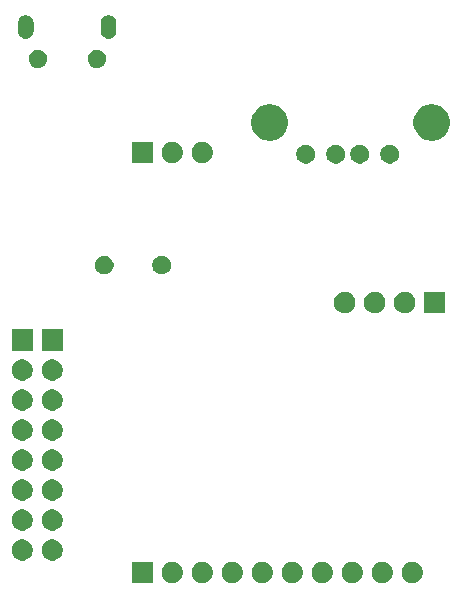
<source format=gbs>
G04 #@! TF.GenerationSoftware,KiCad,Pcbnew,5.1.5*
G04 #@! TF.CreationDate,2020-02-24T15:17:29+03:00*
G04 #@! TF.ProjectId,max3421eboard,6d617833-3432-4316-9562-6f6172642e6b,rev?*
G04 #@! TF.SameCoordinates,Original*
G04 #@! TF.FileFunction,Soldermask,Bot*
G04 #@! TF.FilePolarity,Negative*
%FSLAX46Y46*%
G04 Gerber Fmt 4.6, Leading zero omitted, Abs format (unit mm)*
G04 Created by KiCad (PCBNEW 5.1.5) date 2020-02-24 15:17:29*
%MOMM*%
%LPD*%
G04 APERTURE LIST*
%ADD10C,0.100000*%
G04 APERTURE END LIST*
D10*
G36*
X32016000Y-95516000D02*
G01*
X30214000Y-95516000D01*
X30214000Y-93714000D01*
X32016000Y-93714000D01*
X32016000Y-95516000D01*
G37*
G36*
X51548512Y-93718927D02*
G01*
X51697812Y-93748624D01*
X51861784Y-93816544D01*
X52009354Y-93915147D01*
X52134853Y-94040646D01*
X52233456Y-94188216D01*
X52301376Y-94352188D01*
X52336000Y-94526259D01*
X52336000Y-94703741D01*
X52301376Y-94877812D01*
X52233456Y-95041784D01*
X52134853Y-95189354D01*
X52009354Y-95314853D01*
X51861784Y-95413456D01*
X51697812Y-95481376D01*
X51548512Y-95511073D01*
X51523742Y-95516000D01*
X51346258Y-95516000D01*
X51321488Y-95511073D01*
X51172188Y-95481376D01*
X51008216Y-95413456D01*
X50860646Y-95314853D01*
X50735147Y-95189354D01*
X50636544Y-95041784D01*
X50568624Y-94877812D01*
X50534000Y-94703741D01*
X50534000Y-94526259D01*
X50568624Y-94352188D01*
X50636544Y-94188216D01*
X50735147Y-94040646D01*
X50860646Y-93915147D01*
X51008216Y-93816544D01*
X51172188Y-93748624D01*
X51321488Y-93718927D01*
X51346258Y-93714000D01*
X51523742Y-93714000D01*
X51548512Y-93718927D01*
G37*
G36*
X54088512Y-93718927D02*
G01*
X54237812Y-93748624D01*
X54401784Y-93816544D01*
X54549354Y-93915147D01*
X54674853Y-94040646D01*
X54773456Y-94188216D01*
X54841376Y-94352188D01*
X54876000Y-94526259D01*
X54876000Y-94703741D01*
X54841376Y-94877812D01*
X54773456Y-95041784D01*
X54674853Y-95189354D01*
X54549354Y-95314853D01*
X54401784Y-95413456D01*
X54237812Y-95481376D01*
X54088512Y-95511073D01*
X54063742Y-95516000D01*
X53886258Y-95516000D01*
X53861488Y-95511073D01*
X53712188Y-95481376D01*
X53548216Y-95413456D01*
X53400646Y-95314853D01*
X53275147Y-95189354D01*
X53176544Y-95041784D01*
X53108624Y-94877812D01*
X53074000Y-94703741D01*
X53074000Y-94526259D01*
X53108624Y-94352188D01*
X53176544Y-94188216D01*
X53275147Y-94040646D01*
X53400646Y-93915147D01*
X53548216Y-93816544D01*
X53712188Y-93748624D01*
X53861488Y-93718927D01*
X53886258Y-93714000D01*
X54063742Y-93714000D01*
X54088512Y-93718927D01*
G37*
G36*
X49008512Y-93718927D02*
G01*
X49157812Y-93748624D01*
X49321784Y-93816544D01*
X49469354Y-93915147D01*
X49594853Y-94040646D01*
X49693456Y-94188216D01*
X49761376Y-94352188D01*
X49796000Y-94526259D01*
X49796000Y-94703741D01*
X49761376Y-94877812D01*
X49693456Y-95041784D01*
X49594853Y-95189354D01*
X49469354Y-95314853D01*
X49321784Y-95413456D01*
X49157812Y-95481376D01*
X49008512Y-95511073D01*
X48983742Y-95516000D01*
X48806258Y-95516000D01*
X48781488Y-95511073D01*
X48632188Y-95481376D01*
X48468216Y-95413456D01*
X48320646Y-95314853D01*
X48195147Y-95189354D01*
X48096544Y-95041784D01*
X48028624Y-94877812D01*
X47994000Y-94703741D01*
X47994000Y-94526259D01*
X48028624Y-94352188D01*
X48096544Y-94188216D01*
X48195147Y-94040646D01*
X48320646Y-93915147D01*
X48468216Y-93816544D01*
X48632188Y-93748624D01*
X48781488Y-93718927D01*
X48806258Y-93714000D01*
X48983742Y-93714000D01*
X49008512Y-93718927D01*
G37*
G36*
X46468512Y-93718927D02*
G01*
X46617812Y-93748624D01*
X46781784Y-93816544D01*
X46929354Y-93915147D01*
X47054853Y-94040646D01*
X47153456Y-94188216D01*
X47221376Y-94352188D01*
X47256000Y-94526259D01*
X47256000Y-94703741D01*
X47221376Y-94877812D01*
X47153456Y-95041784D01*
X47054853Y-95189354D01*
X46929354Y-95314853D01*
X46781784Y-95413456D01*
X46617812Y-95481376D01*
X46468512Y-95511073D01*
X46443742Y-95516000D01*
X46266258Y-95516000D01*
X46241488Y-95511073D01*
X46092188Y-95481376D01*
X45928216Y-95413456D01*
X45780646Y-95314853D01*
X45655147Y-95189354D01*
X45556544Y-95041784D01*
X45488624Y-94877812D01*
X45454000Y-94703741D01*
X45454000Y-94526259D01*
X45488624Y-94352188D01*
X45556544Y-94188216D01*
X45655147Y-94040646D01*
X45780646Y-93915147D01*
X45928216Y-93816544D01*
X46092188Y-93748624D01*
X46241488Y-93718927D01*
X46266258Y-93714000D01*
X46443742Y-93714000D01*
X46468512Y-93718927D01*
G37*
G36*
X43928512Y-93718927D02*
G01*
X44077812Y-93748624D01*
X44241784Y-93816544D01*
X44389354Y-93915147D01*
X44514853Y-94040646D01*
X44613456Y-94188216D01*
X44681376Y-94352188D01*
X44716000Y-94526259D01*
X44716000Y-94703741D01*
X44681376Y-94877812D01*
X44613456Y-95041784D01*
X44514853Y-95189354D01*
X44389354Y-95314853D01*
X44241784Y-95413456D01*
X44077812Y-95481376D01*
X43928512Y-95511073D01*
X43903742Y-95516000D01*
X43726258Y-95516000D01*
X43701488Y-95511073D01*
X43552188Y-95481376D01*
X43388216Y-95413456D01*
X43240646Y-95314853D01*
X43115147Y-95189354D01*
X43016544Y-95041784D01*
X42948624Y-94877812D01*
X42914000Y-94703741D01*
X42914000Y-94526259D01*
X42948624Y-94352188D01*
X43016544Y-94188216D01*
X43115147Y-94040646D01*
X43240646Y-93915147D01*
X43388216Y-93816544D01*
X43552188Y-93748624D01*
X43701488Y-93718927D01*
X43726258Y-93714000D01*
X43903742Y-93714000D01*
X43928512Y-93718927D01*
G37*
G36*
X38848512Y-93718927D02*
G01*
X38997812Y-93748624D01*
X39161784Y-93816544D01*
X39309354Y-93915147D01*
X39434853Y-94040646D01*
X39533456Y-94188216D01*
X39601376Y-94352188D01*
X39636000Y-94526259D01*
X39636000Y-94703741D01*
X39601376Y-94877812D01*
X39533456Y-95041784D01*
X39434853Y-95189354D01*
X39309354Y-95314853D01*
X39161784Y-95413456D01*
X38997812Y-95481376D01*
X38848512Y-95511073D01*
X38823742Y-95516000D01*
X38646258Y-95516000D01*
X38621488Y-95511073D01*
X38472188Y-95481376D01*
X38308216Y-95413456D01*
X38160646Y-95314853D01*
X38035147Y-95189354D01*
X37936544Y-95041784D01*
X37868624Y-94877812D01*
X37834000Y-94703741D01*
X37834000Y-94526259D01*
X37868624Y-94352188D01*
X37936544Y-94188216D01*
X38035147Y-94040646D01*
X38160646Y-93915147D01*
X38308216Y-93816544D01*
X38472188Y-93748624D01*
X38621488Y-93718927D01*
X38646258Y-93714000D01*
X38823742Y-93714000D01*
X38848512Y-93718927D01*
G37*
G36*
X36308512Y-93718927D02*
G01*
X36457812Y-93748624D01*
X36621784Y-93816544D01*
X36769354Y-93915147D01*
X36894853Y-94040646D01*
X36993456Y-94188216D01*
X37061376Y-94352188D01*
X37096000Y-94526259D01*
X37096000Y-94703741D01*
X37061376Y-94877812D01*
X36993456Y-95041784D01*
X36894853Y-95189354D01*
X36769354Y-95314853D01*
X36621784Y-95413456D01*
X36457812Y-95481376D01*
X36308512Y-95511073D01*
X36283742Y-95516000D01*
X36106258Y-95516000D01*
X36081488Y-95511073D01*
X35932188Y-95481376D01*
X35768216Y-95413456D01*
X35620646Y-95314853D01*
X35495147Y-95189354D01*
X35396544Y-95041784D01*
X35328624Y-94877812D01*
X35294000Y-94703741D01*
X35294000Y-94526259D01*
X35328624Y-94352188D01*
X35396544Y-94188216D01*
X35495147Y-94040646D01*
X35620646Y-93915147D01*
X35768216Y-93816544D01*
X35932188Y-93748624D01*
X36081488Y-93718927D01*
X36106258Y-93714000D01*
X36283742Y-93714000D01*
X36308512Y-93718927D01*
G37*
G36*
X33768512Y-93718927D02*
G01*
X33917812Y-93748624D01*
X34081784Y-93816544D01*
X34229354Y-93915147D01*
X34354853Y-94040646D01*
X34453456Y-94188216D01*
X34521376Y-94352188D01*
X34556000Y-94526259D01*
X34556000Y-94703741D01*
X34521376Y-94877812D01*
X34453456Y-95041784D01*
X34354853Y-95189354D01*
X34229354Y-95314853D01*
X34081784Y-95413456D01*
X33917812Y-95481376D01*
X33768512Y-95511073D01*
X33743742Y-95516000D01*
X33566258Y-95516000D01*
X33541488Y-95511073D01*
X33392188Y-95481376D01*
X33228216Y-95413456D01*
X33080646Y-95314853D01*
X32955147Y-95189354D01*
X32856544Y-95041784D01*
X32788624Y-94877812D01*
X32754000Y-94703741D01*
X32754000Y-94526259D01*
X32788624Y-94352188D01*
X32856544Y-94188216D01*
X32955147Y-94040646D01*
X33080646Y-93915147D01*
X33228216Y-93816544D01*
X33392188Y-93748624D01*
X33541488Y-93718927D01*
X33566258Y-93714000D01*
X33743742Y-93714000D01*
X33768512Y-93718927D01*
G37*
G36*
X41388512Y-93718927D02*
G01*
X41537812Y-93748624D01*
X41701784Y-93816544D01*
X41849354Y-93915147D01*
X41974853Y-94040646D01*
X42073456Y-94188216D01*
X42141376Y-94352188D01*
X42176000Y-94526259D01*
X42176000Y-94703741D01*
X42141376Y-94877812D01*
X42073456Y-95041784D01*
X41974853Y-95189354D01*
X41849354Y-95314853D01*
X41701784Y-95413456D01*
X41537812Y-95481376D01*
X41388512Y-95511073D01*
X41363742Y-95516000D01*
X41186258Y-95516000D01*
X41161488Y-95511073D01*
X41012188Y-95481376D01*
X40848216Y-95413456D01*
X40700646Y-95314853D01*
X40575147Y-95189354D01*
X40476544Y-95041784D01*
X40408624Y-94877812D01*
X40374000Y-94703741D01*
X40374000Y-94526259D01*
X40408624Y-94352188D01*
X40476544Y-94188216D01*
X40575147Y-94040646D01*
X40700646Y-93915147D01*
X40848216Y-93816544D01*
X41012188Y-93748624D01*
X41161488Y-93718927D01*
X41186258Y-93714000D01*
X41363742Y-93714000D01*
X41388512Y-93718927D01*
G37*
G36*
X21068512Y-91813927D02*
G01*
X21217812Y-91843624D01*
X21381784Y-91911544D01*
X21529354Y-92010147D01*
X21654853Y-92135646D01*
X21753456Y-92283216D01*
X21821376Y-92447188D01*
X21856000Y-92621259D01*
X21856000Y-92798741D01*
X21821376Y-92972812D01*
X21753456Y-93136784D01*
X21654853Y-93284354D01*
X21529354Y-93409853D01*
X21381784Y-93508456D01*
X21217812Y-93576376D01*
X21068512Y-93606073D01*
X21043742Y-93611000D01*
X20866258Y-93611000D01*
X20841488Y-93606073D01*
X20692188Y-93576376D01*
X20528216Y-93508456D01*
X20380646Y-93409853D01*
X20255147Y-93284354D01*
X20156544Y-93136784D01*
X20088624Y-92972812D01*
X20054000Y-92798741D01*
X20054000Y-92621259D01*
X20088624Y-92447188D01*
X20156544Y-92283216D01*
X20255147Y-92135646D01*
X20380646Y-92010147D01*
X20528216Y-91911544D01*
X20692188Y-91843624D01*
X20841488Y-91813927D01*
X20866258Y-91809000D01*
X21043742Y-91809000D01*
X21068512Y-91813927D01*
G37*
G36*
X23608512Y-91813927D02*
G01*
X23757812Y-91843624D01*
X23921784Y-91911544D01*
X24069354Y-92010147D01*
X24194853Y-92135646D01*
X24293456Y-92283216D01*
X24361376Y-92447188D01*
X24396000Y-92621259D01*
X24396000Y-92798741D01*
X24361376Y-92972812D01*
X24293456Y-93136784D01*
X24194853Y-93284354D01*
X24069354Y-93409853D01*
X23921784Y-93508456D01*
X23757812Y-93576376D01*
X23608512Y-93606073D01*
X23583742Y-93611000D01*
X23406258Y-93611000D01*
X23381488Y-93606073D01*
X23232188Y-93576376D01*
X23068216Y-93508456D01*
X22920646Y-93409853D01*
X22795147Y-93284354D01*
X22696544Y-93136784D01*
X22628624Y-92972812D01*
X22594000Y-92798741D01*
X22594000Y-92621259D01*
X22628624Y-92447188D01*
X22696544Y-92283216D01*
X22795147Y-92135646D01*
X22920646Y-92010147D01*
X23068216Y-91911544D01*
X23232188Y-91843624D01*
X23381488Y-91813927D01*
X23406258Y-91809000D01*
X23583742Y-91809000D01*
X23608512Y-91813927D01*
G37*
G36*
X21068512Y-89273927D02*
G01*
X21217812Y-89303624D01*
X21381784Y-89371544D01*
X21529354Y-89470147D01*
X21654853Y-89595646D01*
X21753456Y-89743216D01*
X21821376Y-89907188D01*
X21856000Y-90081259D01*
X21856000Y-90258741D01*
X21821376Y-90432812D01*
X21753456Y-90596784D01*
X21654853Y-90744354D01*
X21529354Y-90869853D01*
X21381784Y-90968456D01*
X21217812Y-91036376D01*
X21068512Y-91066073D01*
X21043742Y-91071000D01*
X20866258Y-91071000D01*
X20841488Y-91066073D01*
X20692188Y-91036376D01*
X20528216Y-90968456D01*
X20380646Y-90869853D01*
X20255147Y-90744354D01*
X20156544Y-90596784D01*
X20088624Y-90432812D01*
X20054000Y-90258741D01*
X20054000Y-90081259D01*
X20088624Y-89907188D01*
X20156544Y-89743216D01*
X20255147Y-89595646D01*
X20380646Y-89470147D01*
X20528216Y-89371544D01*
X20692188Y-89303624D01*
X20841488Y-89273927D01*
X20866258Y-89269000D01*
X21043742Y-89269000D01*
X21068512Y-89273927D01*
G37*
G36*
X23608512Y-89273927D02*
G01*
X23757812Y-89303624D01*
X23921784Y-89371544D01*
X24069354Y-89470147D01*
X24194853Y-89595646D01*
X24293456Y-89743216D01*
X24361376Y-89907188D01*
X24396000Y-90081259D01*
X24396000Y-90258741D01*
X24361376Y-90432812D01*
X24293456Y-90596784D01*
X24194853Y-90744354D01*
X24069354Y-90869853D01*
X23921784Y-90968456D01*
X23757812Y-91036376D01*
X23608512Y-91066073D01*
X23583742Y-91071000D01*
X23406258Y-91071000D01*
X23381488Y-91066073D01*
X23232188Y-91036376D01*
X23068216Y-90968456D01*
X22920646Y-90869853D01*
X22795147Y-90744354D01*
X22696544Y-90596784D01*
X22628624Y-90432812D01*
X22594000Y-90258741D01*
X22594000Y-90081259D01*
X22628624Y-89907188D01*
X22696544Y-89743216D01*
X22795147Y-89595646D01*
X22920646Y-89470147D01*
X23068216Y-89371544D01*
X23232188Y-89303624D01*
X23381488Y-89273927D01*
X23406258Y-89269000D01*
X23583742Y-89269000D01*
X23608512Y-89273927D01*
G37*
G36*
X21068512Y-86733927D02*
G01*
X21217812Y-86763624D01*
X21381784Y-86831544D01*
X21529354Y-86930147D01*
X21654853Y-87055646D01*
X21753456Y-87203216D01*
X21821376Y-87367188D01*
X21856000Y-87541259D01*
X21856000Y-87718741D01*
X21821376Y-87892812D01*
X21753456Y-88056784D01*
X21654853Y-88204354D01*
X21529354Y-88329853D01*
X21381784Y-88428456D01*
X21217812Y-88496376D01*
X21068512Y-88526073D01*
X21043742Y-88531000D01*
X20866258Y-88531000D01*
X20841488Y-88526073D01*
X20692188Y-88496376D01*
X20528216Y-88428456D01*
X20380646Y-88329853D01*
X20255147Y-88204354D01*
X20156544Y-88056784D01*
X20088624Y-87892812D01*
X20054000Y-87718741D01*
X20054000Y-87541259D01*
X20088624Y-87367188D01*
X20156544Y-87203216D01*
X20255147Y-87055646D01*
X20380646Y-86930147D01*
X20528216Y-86831544D01*
X20692188Y-86763624D01*
X20841488Y-86733927D01*
X20866258Y-86729000D01*
X21043742Y-86729000D01*
X21068512Y-86733927D01*
G37*
G36*
X23608512Y-86733927D02*
G01*
X23757812Y-86763624D01*
X23921784Y-86831544D01*
X24069354Y-86930147D01*
X24194853Y-87055646D01*
X24293456Y-87203216D01*
X24361376Y-87367188D01*
X24396000Y-87541259D01*
X24396000Y-87718741D01*
X24361376Y-87892812D01*
X24293456Y-88056784D01*
X24194853Y-88204354D01*
X24069354Y-88329853D01*
X23921784Y-88428456D01*
X23757812Y-88496376D01*
X23608512Y-88526073D01*
X23583742Y-88531000D01*
X23406258Y-88531000D01*
X23381488Y-88526073D01*
X23232188Y-88496376D01*
X23068216Y-88428456D01*
X22920646Y-88329853D01*
X22795147Y-88204354D01*
X22696544Y-88056784D01*
X22628624Y-87892812D01*
X22594000Y-87718741D01*
X22594000Y-87541259D01*
X22628624Y-87367188D01*
X22696544Y-87203216D01*
X22795147Y-87055646D01*
X22920646Y-86930147D01*
X23068216Y-86831544D01*
X23232188Y-86763624D01*
X23381488Y-86733927D01*
X23406258Y-86729000D01*
X23583742Y-86729000D01*
X23608512Y-86733927D01*
G37*
G36*
X23608512Y-84193927D02*
G01*
X23757812Y-84223624D01*
X23921784Y-84291544D01*
X24069354Y-84390147D01*
X24194853Y-84515646D01*
X24293456Y-84663216D01*
X24361376Y-84827188D01*
X24396000Y-85001259D01*
X24396000Y-85178741D01*
X24361376Y-85352812D01*
X24293456Y-85516784D01*
X24194853Y-85664354D01*
X24069354Y-85789853D01*
X23921784Y-85888456D01*
X23757812Y-85956376D01*
X23608512Y-85986073D01*
X23583742Y-85991000D01*
X23406258Y-85991000D01*
X23381488Y-85986073D01*
X23232188Y-85956376D01*
X23068216Y-85888456D01*
X22920646Y-85789853D01*
X22795147Y-85664354D01*
X22696544Y-85516784D01*
X22628624Y-85352812D01*
X22594000Y-85178741D01*
X22594000Y-85001259D01*
X22628624Y-84827188D01*
X22696544Y-84663216D01*
X22795147Y-84515646D01*
X22920646Y-84390147D01*
X23068216Y-84291544D01*
X23232188Y-84223624D01*
X23381488Y-84193927D01*
X23406258Y-84189000D01*
X23583742Y-84189000D01*
X23608512Y-84193927D01*
G37*
G36*
X21068512Y-84193927D02*
G01*
X21217812Y-84223624D01*
X21381784Y-84291544D01*
X21529354Y-84390147D01*
X21654853Y-84515646D01*
X21753456Y-84663216D01*
X21821376Y-84827188D01*
X21856000Y-85001259D01*
X21856000Y-85178741D01*
X21821376Y-85352812D01*
X21753456Y-85516784D01*
X21654853Y-85664354D01*
X21529354Y-85789853D01*
X21381784Y-85888456D01*
X21217812Y-85956376D01*
X21068512Y-85986073D01*
X21043742Y-85991000D01*
X20866258Y-85991000D01*
X20841488Y-85986073D01*
X20692188Y-85956376D01*
X20528216Y-85888456D01*
X20380646Y-85789853D01*
X20255147Y-85664354D01*
X20156544Y-85516784D01*
X20088624Y-85352812D01*
X20054000Y-85178741D01*
X20054000Y-85001259D01*
X20088624Y-84827188D01*
X20156544Y-84663216D01*
X20255147Y-84515646D01*
X20380646Y-84390147D01*
X20528216Y-84291544D01*
X20692188Y-84223624D01*
X20841488Y-84193927D01*
X20866258Y-84189000D01*
X21043742Y-84189000D01*
X21068512Y-84193927D01*
G37*
G36*
X21068512Y-81653927D02*
G01*
X21217812Y-81683624D01*
X21381784Y-81751544D01*
X21529354Y-81850147D01*
X21654853Y-81975646D01*
X21753456Y-82123216D01*
X21821376Y-82287188D01*
X21856000Y-82461259D01*
X21856000Y-82638741D01*
X21821376Y-82812812D01*
X21753456Y-82976784D01*
X21654853Y-83124354D01*
X21529354Y-83249853D01*
X21381784Y-83348456D01*
X21217812Y-83416376D01*
X21068512Y-83446073D01*
X21043742Y-83451000D01*
X20866258Y-83451000D01*
X20841488Y-83446073D01*
X20692188Y-83416376D01*
X20528216Y-83348456D01*
X20380646Y-83249853D01*
X20255147Y-83124354D01*
X20156544Y-82976784D01*
X20088624Y-82812812D01*
X20054000Y-82638741D01*
X20054000Y-82461259D01*
X20088624Y-82287188D01*
X20156544Y-82123216D01*
X20255147Y-81975646D01*
X20380646Y-81850147D01*
X20528216Y-81751544D01*
X20692188Y-81683624D01*
X20841488Y-81653927D01*
X20866258Y-81649000D01*
X21043742Y-81649000D01*
X21068512Y-81653927D01*
G37*
G36*
X23608512Y-81653927D02*
G01*
X23757812Y-81683624D01*
X23921784Y-81751544D01*
X24069354Y-81850147D01*
X24194853Y-81975646D01*
X24293456Y-82123216D01*
X24361376Y-82287188D01*
X24396000Y-82461259D01*
X24396000Y-82638741D01*
X24361376Y-82812812D01*
X24293456Y-82976784D01*
X24194853Y-83124354D01*
X24069354Y-83249853D01*
X23921784Y-83348456D01*
X23757812Y-83416376D01*
X23608512Y-83446073D01*
X23583742Y-83451000D01*
X23406258Y-83451000D01*
X23381488Y-83446073D01*
X23232188Y-83416376D01*
X23068216Y-83348456D01*
X22920646Y-83249853D01*
X22795147Y-83124354D01*
X22696544Y-82976784D01*
X22628624Y-82812812D01*
X22594000Y-82638741D01*
X22594000Y-82461259D01*
X22628624Y-82287188D01*
X22696544Y-82123216D01*
X22795147Y-81975646D01*
X22920646Y-81850147D01*
X23068216Y-81751544D01*
X23232188Y-81683624D01*
X23381488Y-81653927D01*
X23406258Y-81649000D01*
X23583742Y-81649000D01*
X23608512Y-81653927D01*
G37*
G36*
X21068512Y-79113927D02*
G01*
X21217812Y-79143624D01*
X21381784Y-79211544D01*
X21529354Y-79310147D01*
X21654853Y-79435646D01*
X21753456Y-79583216D01*
X21821376Y-79747188D01*
X21856000Y-79921259D01*
X21856000Y-80098741D01*
X21821376Y-80272812D01*
X21753456Y-80436784D01*
X21654853Y-80584354D01*
X21529354Y-80709853D01*
X21381784Y-80808456D01*
X21217812Y-80876376D01*
X21068512Y-80906073D01*
X21043742Y-80911000D01*
X20866258Y-80911000D01*
X20841488Y-80906073D01*
X20692188Y-80876376D01*
X20528216Y-80808456D01*
X20380646Y-80709853D01*
X20255147Y-80584354D01*
X20156544Y-80436784D01*
X20088624Y-80272812D01*
X20054000Y-80098741D01*
X20054000Y-79921259D01*
X20088624Y-79747188D01*
X20156544Y-79583216D01*
X20255147Y-79435646D01*
X20380646Y-79310147D01*
X20528216Y-79211544D01*
X20692188Y-79143624D01*
X20841488Y-79113927D01*
X20866258Y-79109000D01*
X21043742Y-79109000D01*
X21068512Y-79113927D01*
G37*
G36*
X23608512Y-79113927D02*
G01*
X23757812Y-79143624D01*
X23921784Y-79211544D01*
X24069354Y-79310147D01*
X24194853Y-79435646D01*
X24293456Y-79583216D01*
X24361376Y-79747188D01*
X24396000Y-79921259D01*
X24396000Y-80098741D01*
X24361376Y-80272812D01*
X24293456Y-80436784D01*
X24194853Y-80584354D01*
X24069354Y-80709853D01*
X23921784Y-80808456D01*
X23757812Y-80876376D01*
X23608512Y-80906073D01*
X23583742Y-80911000D01*
X23406258Y-80911000D01*
X23381488Y-80906073D01*
X23232188Y-80876376D01*
X23068216Y-80808456D01*
X22920646Y-80709853D01*
X22795147Y-80584354D01*
X22696544Y-80436784D01*
X22628624Y-80272812D01*
X22594000Y-80098741D01*
X22594000Y-79921259D01*
X22628624Y-79747188D01*
X22696544Y-79583216D01*
X22795147Y-79435646D01*
X22920646Y-79310147D01*
X23068216Y-79211544D01*
X23232188Y-79143624D01*
X23381488Y-79113927D01*
X23406258Y-79109000D01*
X23583742Y-79109000D01*
X23608512Y-79113927D01*
G37*
G36*
X21068512Y-76573927D02*
G01*
X21217812Y-76603624D01*
X21381784Y-76671544D01*
X21529354Y-76770147D01*
X21654853Y-76895646D01*
X21753456Y-77043216D01*
X21821376Y-77207188D01*
X21856000Y-77381259D01*
X21856000Y-77558741D01*
X21821376Y-77732812D01*
X21753456Y-77896784D01*
X21654853Y-78044354D01*
X21529354Y-78169853D01*
X21381784Y-78268456D01*
X21217812Y-78336376D01*
X21068512Y-78366073D01*
X21043742Y-78371000D01*
X20866258Y-78371000D01*
X20841488Y-78366073D01*
X20692188Y-78336376D01*
X20528216Y-78268456D01*
X20380646Y-78169853D01*
X20255147Y-78044354D01*
X20156544Y-77896784D01*
X20088624Y-77732812D01*
X20054000Y-77558741D01*
X20054000Y-77381259D01*
X20088624Y-77207188D01*
X20156544Y-77043216D01*
X20255147Y-76895646D01*
X20380646Y-76770147D01*
X20528216Y-76671544D01*
X20692188Y-76603624D01*
X20841488Y-76573927D01*
X20866258Y-76569000D01*
X21043742Y-76569000D01*
X21068512Y-76573927D01*
G37*
G36*
X23608512Y-76573927D02*
G01*
X23757812Y-76603624D01*
X23921784Y-76671544D01*
X24069354Y-76770147D01*
X24194853Y-76895646D01*
X24293456Y-77043216D01*
X24361376Y-77207188D01*
X24396000Y-77381259D01*
X24396000Y-77558741D01*
X24361376Y-77732812D01*
X24293456Y-77896784D01*
X24194853Y-78044354D01*
X24069354Y-78169853D01*
X23921784Y-78268456D01*
X23757812Y-78336376D01*
X23608512Y-78366073D01*
X23583742Y-78371000D01*
X23406258Y-78371000D01*
X23381488Y-78366073D01*
X23232188Y-78336376D01*
X23068216Y-78268456D01*
X22920646Y-78169853D01*
X22795147Y-78044354D01*
X22696544Y-77896784D01*
X22628624Y-77732812D01*
X22594000Y-77558741D01*
X22594000Y-77381259D01*
X22628624Y-77207188D01*
X22696544Y-77043216D01*
X22795147Y-76895646D01*
X22920646Y-76770147D01*
X23068216Y-76671544D01*
X23232188Y-76603624D01*
X23381488Y-76573927D01*
X23406258Y-76569000D01*
X23583742Y-76569000D01*
X23608512Y-76573927D01*
G37*
G36*
X24396000Y-75831000D02*
G01*
X22594000Y-75831000D01*
X22594000Y-74029000D01*
X24396000Y-74029000D01*
X24396000Y-75831000D01*
G37*
G36*
X21856000Y-75831000D02*
G01*
X20054000Y-75831000D01*
X20054000Y-74029000D01*
X21856000Y-74029000D01*
X21856000Y-75831000D01*
G37*
G36*
X48373512Y-70858927D02*
G01*
X48522812Y-70888624D01*
X48686784Y-70956544D01*
X48834354Y-71055147D01*
X48959853Y-71180646D01*
X49058456Y-71328216D01*
X49126376Y-71492188D01*
X49161000Y-71666259D01*
X49161000Y-71843741D01*
X49126376Y-72017812D01*
X49058456Y-72181784D01*
X48959853Y-72329354D01*
X48834354Y-72454853D01*
X48686784Y-72553456D01*
X48522812Y-72621376D01*
X48373512Y-72651073D01*
X48348742Y-72656000D01*
X48171258Y-72656000D01*
X48146488Y-72651073D01*
X47997188Y-72621376D01*
X47833216Y-72553456D01*
X47685646Y-72454853D01*
X47560147Y-72329354D01*
X47461544Y-72181784D01*
X47393624Y-72017812D01*
X47359000Y-71843741D01*
X47359000Y-71666259D01*
X47393624Y-71492188D01*
X47461544Y-71328216D01*
X47560147Y-71180646D01*
X47685646Y-71055147D01*
X47833216Y-70956544D01*
X47997188Y-70888624D01*
X48146488Y-70858927D01*
X48171258Y-70854000D01*
X48348742Y-70854000D01*
X48373512Y-70858927D01*
G37*
G36*
X56781000Y-72656000D02*
G01*
X54979000Y-72656000D01*
X54979000Y-70854000D01*
X56781000Y-70854000D01*
X56781000Y-72656000D01*
G37*
G36*
X53453512Y-70858927D02*
G01*
X53602812Y-70888624D01*
X53766784Y-70956544D01*
X53914354Y-71055147D01*
X54039853Y-71180646D01*
X54138456Y-71328216D01*
X54206376Y-71492188D01*
X54241000Y-71666259D01*
X54241000Y-71843741D01*
X54206376Y-72017812D01*
X54138456Y-72181784D01*
X54039853Y-72329354D01*
X53914354Y-72454853D01*
X53766784Y-72553456D01*
X53602812Y-72621376D01*
X53453512Y-72651073D01*
X53428742Y-72656000D01*
X53251258Y-72656000D01*
X53226488Y-72651073D01*
X53077188Y-72621376D01*
X52913216Y-72553456D01*
X52765646Y-72454853D01*
X52640147Y-72329354D01*
X52541544Y-72181784D01*
X52473624Y-72017812D01*
X52439000Y-71843741D01*
X52439000Y-71666259D01*
X52473624Y-71492188D01*
X52541544Y-71328216D01*
X52640147Y-71180646D01*
X52765646Y-71055147D01*
X52913216Y-70956544D01*
X53077188Y-70888624D01*
X53226488Y-70858927D01*
X53251258Y-70854000D01*
X53428742Y-70854000D01*
X53453512Y-70858927D01*
G37*
G36*
X50913512Y-70858927D02*
G01*
X51062812Y-70888624D01*
X51226784Y-70956544D01*
X51374354Y-71055147D01*
X51499853Y-71180646D01*
X51598456Y-71328216D01*
X51666376Y-71492188D01*
X51701000Y-71666259D01*
X51701000Y-71843741D01*
X51666376Y-72017812D01*
X51598456Y-72181784D01*
X51499853Y-72329354D01*
X51374354Y-72454853D01*
X51226784Y-72553456D01*
X51062812Y-72621376D01*
X50913512Y-72651073D01*
X50888742Y-72656000D01*
X50711258Y-72656000D01*
X50686488Y-72651073D01*
X50537188Y-72621376D01*
X50373216Y-72553456D01*
X50225646Y-72454853D01*
X50100147Y-72329354D01*
X50001544Y-72181784D01*
X49933624Y-72017812D01*
X49899000Y-71843741D01*
X49899000Y-71666259D01*
X49933624Y-71492188D01*
X50001544Y-71328216D01*
X50100147Y-71180646D01*
X50225646Y-71055147D01*
X50373216Y-70956544D01*
X50537188Y-70888624D01*
X50686488Y-70858927D01*
X50711258Y-70854000D01*
X50888742Y-70854000D01*
X50913512Y-70858927D01*
G37*
G36*
X28119642Y-67809781D02*
G01*
X28265414Y-67870162D01*
X28265416Y-67870163D01*
X28396608Y-67957822D01*
X28508178Y-68069392D01*
X28595837Y-68200584D01*
X28595838Y-68200586D01*
X28656219Y-68346358D01*
X28687000Y-68501107D01*
X28687000Y-68658893D01*
X28656219Y-68813642D01*
X28595838Y-68959414D01*
X28595837Y-68959416D01*
X28508178Y-69090608D01*
X28396608Y-69202178D01*
X28265416Y-69289837D01*
X28265415Y-69289838D01*
X28265414Y-69289838D01*
X28119642Y-69350219D01*
X27964893Y-69381000D01*
X27807107Y-69381000D01*
X27652358Y-69350219D01*
X27506586Y-69289838D01*
X27506585Y-69289838D01*
X27506584Y-69289837D01*
X27375392Y-69202178D01*
X27263822Y-69090608D01*
X27176163Y-68959416D01*
X27176162Y-68959414D01*
X27115781Y-68813642D01*
X27085000Y-68658893D01*
X27085000Y-68501107D01*
X27115781Y-68346358D01*
X27176162Y-68200586D01*
X27176163Y-68200584D01*
X27263822Y-68069392D01*
X27375392Y-67957822D01*
X27506584Y-67870163D01*
X27506586Y-67870162D01*
X27652358Y-67809781D01*
X27807107Y-67779000D01*
X27964893Y-67779000D01*
X28119642Y-67809781D01*
G37*
G36*
X32999642Y-67809781D02*
G01*
X33145414Y-67870162D01*
X33145416Y-67870163D01*
X33276608Y-67957822D01*
X33388178Y-68069392D01*
X33475837Y-68200584D01*
X33475838Y-68200586D01*
X33536219Y-68346358D01*
X33567000Y-68501107D01*
X33567000Y-68658893D01*
X33536219Y-68813642D01*
X33475838Y-68959414D01*
X33475837Y-68959416D01*
X33388178Y-69090608D01*
X33276608Y-69202178D01*
X33145416Y-69289837D01*
X33145415Y-69289838D01*
X33145414Y-69289838D01*
X32999642Y-69350219D01*
X32844893Y-69381000D01*
X32687107Y-69381000D01*
X32532358Y-69350219D01*
X32386586Y-69289838D01*
X32386585Y-69289838D01*
X32386584Y-69289837D01*
X32255392Y-69202178D01*
X32143822Y-69090608D01*
X32056163Y-68959416D01*
X32056162Y-68959414D01*
X31995781Y-68813642D01*
X31965000Y-68658893D01*
X31965000Y-68501107D01*
X31995781Y-68346358D01*
X32056162Y-68200586D01*
X32056163Y-68200584D01*
X32143822Y-68069392D01*
X32255392Y-67957822D01*
X32386584Y-67870163D01*
X32386586Y-67870162D01*
X32532358Y-67809781D01*
X32687107Y-67779000D01*
X32844893Y-67779000D01*
X32999642Y-67809781D01*
G37*
G36*
X47733642Y-58414781D02*
G01*
X47879414Y-58475162D01*
X47879416Y-58475163D01*
X48010608Y-58562822D01*
X48122178Y-58674392D01*
X48209837Y-58805584D01*
X48209838Y-58805586D01*
X48270219Y-58951358D01*
X48301000Y-59106107D01*
X48301000Y-59263893D01*
X48270219Y-59418642D01*
X48209838Y-59564414D01*
X48209837Y-59564416D01*
X48122178Y-59695608D01*
X48010608Y-59807178D01*
X47879416Y-59894837D01*
X47879415Y-59894838D01*
X47879414Y-59894838D01*
X47733642Y-59955219D01*
X47578893Y-59986000D01*
X47421107Y-59986000D01*
X47266358Y-59955219D01*
X47120586Y-59894838D01*
X47120585Y-59894838D01*
X47120584Y-59894837D01*
X46989392Y-59807178D01*
X46877822Y-59695608D01*
X46790163Y-59564416D01*
X46790162Y-59564414D01*
X46729781Y-59418642D01*
X46699000Y-59263893D01*
X46699000Y-59106107D01*
X46729781Y-58951358D01*
X46790162Y-58805586D01*
X46790163Y-58805584D01*
X46877822Y-58674392D01*
X46989392Y-58562822D01*
X47120584Y-58475163D01*
X47120586Y-58475162D01*
X47266358Y-58414781D01*
X47421107Y-58384000D01*
X47578893Y-58384000D01*
X47733642Y-58414781D01*
G37*
G36*
X45193642Y-58414781D02*
G01*
X45339414Y-58475162D01*
X45339416Y-58475163D01*
X45470608Y-58562822D01*
X45582178Y-58674392D01*
X45669837Y-58805584D01*
X45669838Y-58805586D01*
X45730219Y-58951358D01*
X45761000Y-59106107D01*
X45761000Y-59263893D01*
X45730219Y-59418642D01*
X45669838Y-59564414D01*
X45669837Y-59564416D01*
X45582178Y-59695608D01*
X45470608Y-59807178D01*
X45339416Y-59894837D01*
X45339415Y-59894838D01*
X45339414Y-59894838D01*
X45193642Y-59955219D01*
X45038893Y-59986000D01*
X44881107Y-59986000D01*
X44726358Y-59955219D01*
X44580586Y-59894838D01*
X44580585Y-59894838D01*
X44580584Y-59894837D01*
X44449392Y-59807178D01*
X44337822Y-59695608D01*
X44250163Y-59564416D01*
X44250162Y-59564414D01*
X44189781Y-59418642D01*
X44159000Y-59263893D01*
X44159000Y-59106107D01*
X44189781Y-58951358D01*
X44250162Y-58805586D01*
X44250163Y-58805584D01*
X44337822Y-58674392D01*
X44449392Y-58562822D01*
X44580584Y-58475163D01*
X44580586Y-58475162D01*
X44726358Y-58414781D01*
X44881107Y-58384000D01*
X45038893Y-58384000D01*
X45193642Y-58414781D01*
G37*
G36*
X49763642Y-58414781D02*
G01*
X49909414Y-58475162D01*
X49909416Y-58475163D01*
X50040608Y-58562822D01*
X50152178Y-58674392D01*
X50239837Y-58805584D01*
X50239838Y-58805586D01*
X50300219Y-58951358D01*
X50331000Y-59106107D01*
X50331000Y-59263893D01*
X50300219Y-59418642D01*
X50239838Y-59564414D01*
X50239837Y-59564416D01*
X50152178Y-59695608D01*
X50040608Y-59807178D01*
X49909416Y-59894837D01*
X49909415Y-59894838D01*
X49909414Y-59894838D01*
X49763642Y-59955219D01*
X49608893Y-59986000D01*
X49451107Y-59986000D01*
X49296358Y-59955219D01*
X49150586Y-59894838D01*
X49150585Y-59894838D01*
X49150584Y-59894837D01*
X49019392Y-59807178D01*
X48907822Y-59695608D01*
X48820163Y-59564416D01*
X48820162Y-59564414D01*
X48759781Y-59418642D01*
X48729000Y-59263893D01*
X48729000Y-59106107D01*
X48759781Y-58951358D01*
X48820162Y-58805586D01*
X48820163Y-58805584D01*
X48907822Y-58674392D01*
X49019392Y-58562822D01*
X49150584Y-58475163D01*
X49150586Y-58475162D01*
X49296358Y-58414781D01*
X49451107Y-58384000D01*
X49608893Y-58384000D01*
X49763642Y-58414781D01*
G37*
G36*
X52303642Y-58414781D02*
G01*
X52449414Y-58475162D01*
X52449416Y-58475163D01*
X52580608Y-58562822D01*
X52692178Y-58674392D01*
X52779837Y-58805584D01*
X52779838Y-58805586D01*
X52840219Y-58951358D01*
X52871000Y-59106107D01*
X52871000Y-59263893D01*
X52840219Y-59418642D01*
X52779838Y-59564414D01*
X52779837Y-59564416D01*
X52692178Y-59695608D01*
X52580608Y-59807178D01*
X52449416Y-59894837D01*
X52449415Y-59894838D01*
X52449414Y-59894838D01*
X52303642Y-59955219D01*
X52148893Y-59986000D01*
X51991107Y-59986000D01*
X51836358Y-59955219D01*
X51690586Y-59894838D01*
X51690585Y-59894838D01*
X51690584Y-59894837D01*
X51559392Y-59807178D01*
X51447822Y-59695608D01*
X51360163Y-59564416D01*
X51360162Y-59564414D01*
X51299781Y-59418642D01*
X51269000Y-59263893D01*
X51269000Y-59106107D01*
X51299781Y-58951358D01*
X51360162Y-58805586D01*
X51360163Y-58805584D01*
X51447822Y-58674392D01*
X51559392Y-58562822D01*
X51690584Y-58475163D01*
X51690586Y-58475162D01*
X51836358Y-58414781D01*
X51991107Y-58384000D01*
X52148893Y-58384000D01*
X52303642Y-58414781D01*
G37*
G36*
X32016000Y-59956000D02*
G01*
X30214000Y-59956000D01*
X30214000Y-58154000D01*
X32016000Y-58154000D01*
X32016000Y-59956000D01*
G37*
G36*
X33768512Y-58158927D02*
G01*
X33917812Y-58188624D01*
X34081784Y-58256544D01*
X34229354Y-58355147D01*
X34354853Y-58480646D01*
X34453456Y-58628216D01*
X34521376Y-58792188D01*
X34556000Y-58966259D01*
X34556000Y-59143741D01*
X34521376Y-59317812D01*
X34453456Y-59481784D01*
X34354853Y-59629354D01*
X34229354Y-59754853D01*
X34081784Y-59853456D01*
X33917812Y-59921376D01*
X33768512Y-59951073D01*
X33743742Y-59956000D01*
X33566258Y-59956000D01*
X33541488Y-59951073D01*
X33392188Y-59921376D01*
X33228216Y-59853456D01*
X33080646Y-59754853D01*
X32955147Y-59629354D01*
X32856544Y-59481784D01*
X32788624Y-59317812D01*
X32754000Y-59143741D01*
X32754000Y-58966259D01*
X32788624Y-58792188D01*
X32856544Y-58628216D01*
X32955147Y-58480646D01*
X33080646Y-58355147D01*
X33228216Y-58256544D01*
X33392188Y-58188624D01*
X33541488Y-58158927D01*
X33566258Y-58154000D01*
X33743742Y-58154000D01*
X33768512Y-58158927D01*
G37*
G36*
X36308512Y-58158927D02*
G01*
X36457812Y-58188624D01*
X36621784Y-58256544D01*
X36769354Y-58355147D01*
X36894853Y-58480646D01*
X36993456Y-58628216D01*
X37061376Y-58792188D01*
X37096000Y-58966259D01*
X37096000Y-59143741D01*
X37061376Y-59317812D01*
X36993456Y-59481784D01*
X36894853Y-59629354D01*
X36769354Y-59754853D01*
X36621784Y-59853456D01*
X36457812Y-59921376D01*
X36308512Y-59951073D01*
X36283742Y-59956000D01*
X36106258Y-59956000D01*
X36081488Y-59951073D01*
X35932188Y-59921376D01*
X35768216Y-59853456D01*
X35620646Y-59754853D01*
X35495147Y-59629354D01*
X35396544Y-59481784D01*
X35328624Y-59317812D01*
X35294000Y-59143741D01*
X35294000Y-58966259D01*
X35328624Y-58792188D01*
X35396544Y-58628216D01*
X35495147Y-58480646D01*
X35620646Y-58355147D01*
X35768216Y-58256544D01*
X35932188Y-58188624D01*
X36081488Y-58158927D01*
X36106258Y-58154000D01*
X36283742Y-58154000D01*
X36308512Y-58158927D01*
G37*
G36*
X42212585Y-54993802D02*
G01*
X42362410Y-55023604D01*
X42644674Y-55140521D01*
X42898705Y-55310259D01*
X43114741Y-55526295D01*
X43284479Y-55780326D01*
X43401396Y-56062590D01*
X43461000Y-56362240D01*
X43461000Y-56667760D01*
X43401396Y-56967410D01*
X43284479Y-57249674D01*
X43114741Y-57503705D01*
X42898705Y-57719741D01*
X42644674Y-57889479D01*
X42362410Y-58006396D01*
X42212585Y-58036198D01*
X42062761Y-58066000D01*
X41757239Y-58066000D01*
X41607415Y-58036198D01*
X41457590Y-58006396D01*
X41175326Y-57889479D01*
X40921295Y-57719741D01*
X40705259Y-57503705D01*
X40535521Y-57249674D01*
X40418604Y-56967410D01*
X40359000Y-56667760D01*
X40359000Y-56362240D01*
X40418604Y-56062590D01*
X40535521Y-55780326D01*
X40705259Y-55526295D01*
X40921295Y-55310259D01*
X41175326Y-55140521D01*
X41457590Y-55023604D01*
X41607415Y-54993802D01*
X41757239Y-54964000D01*
X42062761Y-54964000D01*
X42212585Y-54993802D01*
G37*
G36*
X55932585Y-54993802D02*
G01*
X56082410Y-55023604D01*
X56364674Y-55140521D01*
X56618705Y-55310259D01*
X56834741Y-55526295D01*
X57004479Y-55780326D01*
X57121396Y-56062590D01*
X57181000Y-56362240D01*
X57181000Y-56667760D01*
X57121396Y-56967410D01*
X57004479Y-57249674D01*
X56834741Y-57503705D01*
X56618705Y-57719741D01*
X56364674Y-57889479D01*
X56082410Y-58006396D01*
X55932585Y-58036198D01*
X55782761Y-58066000D01*
X55477239Y-58066000D01*
X55327415Y-58036198D01*
X55177590Y-58006396D01*
X54895326Y-57889479D01*
X54641295Y-57719741D01*
X54425259Y-57503705D01*
X54255521Y-57249674D01*
X54138604Y-56967410D01*
X54079000Y-56667760D01*
X54079000Y-56362240D01*
X54138604Y-56062590D01*
X54255521Y-55780326D01*
X54425259Y-55526295D01*
X54641295Y-55310259D01*
X54895326Y-55140521D01*
X55177590Y-55023604D01*
X55327415Y-54993802D01*
X55477239Y-54964000D01*
X55782761Y-54964000D01*
X55932585Y-54993802D01*
G37*
G36*
X27491348Y-50373320D02*
G01*
X27491350Y-50373321D01*
X27491351Y-50373321D01*
X27632574Y-50431817D01*
X27632577Y-50431819D01*
X27759669Y-50516739D01*
X27867761Y-50624831D01*
X27952681Y-50751923D01*
X27952683Y-50751926D01*
X28011179Y-50893149D01*
X28041000Y-51043071D01*
X28041000Y-51195929D01*
X28011179Y-51345851D01*
X27952683Y-51487074D01*
X27952681Y-51487077D01*
X27867761Y-51614169D01*
X27759669Y-51722261D01*
X27632577Y-51807181D01*
X27632574Y-51807183D01*
X27491351Y-51865679D01*
X27491350Y-51865679D01*
X27491348Y-51865680D01*
X27341431Y-51895500D01*
X27188569Y-51895500D01*
X27038652Y-51865680D01*
X27038650Y-51865679D01*
X27038649Y-51865679D01*
X26897426Y-51807183D01*
X26897423Y-51807181D01*
X26770331Y-51722261D01*
X26662239Y-51614169D01*
X26577319Y-51487077D01*
X26577317Y-51487074D01*
X26518821Y-51345851D01*
X26489000Y-51195929D01*
X26489000Y-51043071D01*
X26518821Y-50893149D01*
X26577317Y-50751926D01*
X26577319Y-50751923D01*
X26662239Y-50624831D01*
X26770331Y-50516739D01*
X26897423Y-50431819D01*
X26897426Y-50431817D01*
X27038649Y-50373321D01*
X27038650Y-50373321D01*
X27038652Y-50373320D01*
X27188569Y-50343500D01*
X27341431Y-50343500D01*
X27491348Y-50373320D01*
G37*
G36*
X22491348Y-50373320D02*
G01*
X22491350Y-50373321D01*
X22491351Y-50373321D01*
X22632574Y-50431817D01*
X22632577Y-50431819D01*
X22759669Y-50516739D01*
X22867761Y-50624831D01*
X22952681Y-50751923D01*
X22952683Y-50751926D01*
X23011179Y-50893149D01*
X23041000Y-51043071D01*
X23041000Y-51195929D01*
X23011179Y-51345851D01*
X22952683Y-51487074D01*
X22952681Y-51487077D01*
X22867761Y-51614169D01*
X22759669Y-51722261D01*
X22632577Y-51807181D01*
X22632574Y-51807183D01*
X22491351Y-51865679D01*
X22491350Y-51865679D01*
X22491348Y-51865680D01*
X22341431Y-51895500D01*
X22188569Y-51895500D01*
X22038652Y-51865680D01*
X22038650Y-51865679D01*
X22038649Y-51865679D01*
X21897426Y-51807183D01*
X21897423Y-51807181D01*
X21770331Y-51722261D01*
X21662239Y-51614169D01*
X21577319Y-51487077D01*
X21577317Y-51487074D01*
X21518821Y-51345851D01*
X21489000Y-51195929D01*
X21489000Y-51043071D01*
X21518821Y-50893149D01*
X21577317Y-50751926D01*
X21577319Y-50751923D01*
X21662239Y-50624831D01*
X21770331Y-50516739D01*
X21897423Y-50431819D01*
X21897426Y-50431817D01*
X22038649Y-50373321D01*
X22038650Y-50373321D01*
X22038652Y-50373320D01*
X22188569Y-50343500D01*
X22341431Y-50343500D01*
X22491348Y-50373320D01*
G37*
G36*
X21392618Y-47427920D02*
G01*
X21483404Y-47455460D01*
X21515336Y-47465146D01*
X21628425Y-47525594D01*
X21727554Y-47606946D01*
X21808906Y-47706075D01*
X21869354Y-47819164D01*
X21879040Y-47851096D01*
X21906580Y-47941882D01*
X21916000Y-48037527D01*
X21916000Y-48801473D01*
X21906580Y-48897118D01*
X21879040Y-48987904D01*
X21869354Y-49019836D01*
X21808906Y-49132925D01*
X21727554Y-49232053D01*
X21628424Y-49313406D01*
X21515335Y-49373854D01*
X21483403Y-49383540D01*
X21392617Y-49411080D01*
X21265000Y-49423649D01*
X21137382Y-49411080D01*
X21046596Y-49383540D01*
X21014664Y-49373854D01*
X20901575Y-49313406D01*
X20802447Y-49232054D01*
X20721094Y-49132924D01*
X20660646Y-49019835D01*
X20650960Y-48987903D01*
X20623420Y-48897117D01*
X20614000Y-48801472D01*
X20614000Y-48037527D01*
X20623420Y-47941882D01*
X20660645Y-47819168D01*
X20685608Y-47772466D01*
X20721095Y-47706075D01*
X20802447Y-47606946D01*
X20901576Y-47525594D01*
X21014665Y-47465146D01*
X21046597Y-47455460D01*
X21137383Y-47427920D01*
X21265000Y-47415351D01*
X21392618Y-47427920D01*
G37*
G36*
X28392617Y-47427920D02*
G01*
X28483403Y-47455460D01*
X28515335Y-47465146D01*
X28628424Y-47525594D01*
X28727554Y-47606947D01*
X28808906Y-47706075D01*
X28869354Y-47819164D01*
X28879040Y-47851096D01*
X28906580Y-47941882D01*
X28916000Y-48037527D01*
X28916000Y-48801473D01*
X28906580Y-48897118D01*
X28879040Y-48987904D01*
X28869354Y-49019836D01*
X28808906Y-49132925D01*
X28727554Y-49232054D01*
X28628425Y-49313406D01*
X28515336Y-49373854D01*
X28483404Y-49383540D01*
X28392618Y-49411080D01*
X28265000Y-49423649D01*
X28137383Y-49411080D01*
X28046597Y-49383540D01*
X28014665Y-49373854D01*
X27901576Y-49313406D01*
X27802447Y-49232054D01*
X27721095Y-49132925D01*
X27660648Y-49019837D01*
X27660645Y-49019832D01*
X27623420Y-48897118D01*
X27614000Y-48801473D01*
X27614000Y-48037528D01*
X27623420Y-47941883D01*
X27660645Y-47819169D01*
X27660646Y-47819165D01*
X27721094Y-47706076D01*
X27802447Y-47606946D01*
X27901575Y-47525594D01*
X28014664Y-47465146D01*
X28046596Y-47455460D01*
X28137382Y-47427920D01*
X28265000Y-47415351D01*
X28392617Y-47427920D01*
G37*
M02*

</source>
